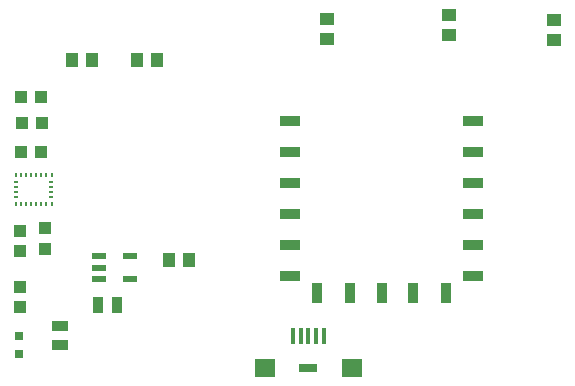
<source format=gbr>
G04 EAGLE Gerber RS-274X export*
G75*
%MOMM*%
%FSLAX34Y34*%
%LPD*%
%INSolderpaste Top*%
%IPPOS*%
%AMOC8*
5,1,8,0,0,1.08239X$1,22.5*%
G01*
%ADD10R,1.000000X1.100000*%
%ADD11R,1.100000X1.000000*%
%ADD12R,1.447800X0.965200*%
%ADD13R,0.965200X1.447800*%
%ADD14R,0.400000X1.450000*%
%ADD15R,1.800000X1.500000*%
%ADD16R,1.500000X0.700000*%
%ADD17R,0.800000X0.800000*%
%ADD18R,1.005600X1.199997*%
%ADD19R,1.199997X1.005600*%
%ADD20R,1.778000X0.914400*%
%ADD21R,0.914400X1.778000*%
%ADD22R,0.270000X0.450000*%
%ADD23R,0.450000X0.270000*%
%ADD24R,1.200000X0.600000*%


D10*
X43100Y141400D03*
X43100Y124400D03*
D11*
X22550Y252900D03*
X39550Y252900D03*
X23450Y230400D03*
X40450Y230400D03*
X22850Y206400D03*
X39850Y206400D03*
D10*
X21500Y138900D03*
X21500Y121900D03*
D12*
X55600Y59005D03*
X55600Y42495D03*
D13*
X87595Y77000D03*
X104105Y77000D03*
D14*
X265850Y50550D03*
X259350Y50550D03*
X252850Y50550D03*
X272350Y50550D03*
X278850Y50550D03*
D15*
X229010Y23300D03*
D16*
X265850Y23300D03*
D15*
X302690Y23300D03*
D17*
X21050Y50500D03*
X21050Y35500D03*
D18*
X65372Y283700D03*
X82428Y283700D03*
X120622Y283700D03*
X137678Y283700D03*
D19*
X281900Y301422D03*
X281900Y318478D03*
X384650Y305172D03*
X384650Y322228D03*
X473850Y318028D03*
X473850Y300972D03*
D18*
X165128Y114500D03*
X148072Y114500D03*
D11*
X22000Y92200D03*
X22000Y75200D03*
D20*
X250350Y153500D03*
X250350Y206000D03*
X250350Y127250D03*
X250350Y179750D03*
X250350Y232250D03*
X250350Y101000D03*
X405350Y179750D03*
X405350Y153500D03*
X405350Y127250D03*
X405350Y206000D03*
X405350Y232250D03*
X405350Y101000D03*
D21*
X273350Y86500D03*
X301350Y86500D03*
X327850Y86500D03*
X354350Y86500D03*
X382350Y86500D03*
D22*
X48450Y162150D03*
D23*
X48150Y167950D03*
X48150Y172250D03*
X48150Y176550D03*
X48150Y180850D03*
D22*
X48450Y186650D03*
X44150Y186650D03*
X39850Y186650D03*
X35550Y186650D03*
X31250Y186650D03*
X26950Y186650D03*
X22650Y186650D03*
X18350Y186650D03*
D23*
X18650Y180850D03*
X18650Y176550D03*
X18650Y172250D03*
X18650Y167950D03*
D22*
X18350Y162150D03*
X22650Y162150D03*
X26950Y162150D03*
X31250Y162150D03*
X35550Y162150D03*
X39850Y162150D03*
X44150Y162150D03*
D24*
X114710Y117700D03*
X114710Y98700D03*
X88590Y117700D03*
X88590Y108200D03*
X88590Y98700D03*
M02*

</source>
